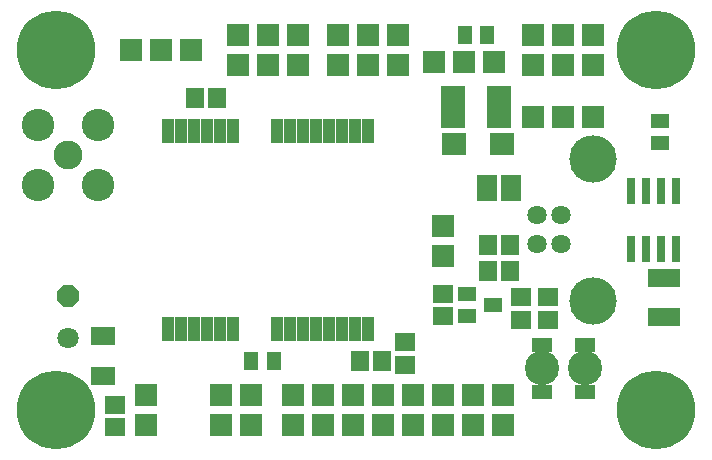
<source format=gbr>
G75*
%MOIN*%
%OFA0B0*%
%FSLAX24Y24*%
%IPPOS*%
%LPD*%
%AMOC8*
5,1,8,0,0,1.08239X$1,22.5*
%
%ADD10R,0.0395X0.0789*%
%ADD11R,0.0300X0.0860*%
%ADD12C,0.0642*%
%ADD13C,0.1580*%
%ADD14R,0.0730X0.0730*%
%ADD15R,0.0828X0.1419*%
%ADD16R,0.0592X0.0671*%
%ADD17R,0.0590X0.0470*%
%ADD18R,0.1080X0.0630*%
%ADD19R,0.0671X0.0493*%
%ADD20C,0.1143*%
%ADD21R,0.0671X0.0592*%
%ADD22C,0.1084*%
%ADD23C,0.0966*%
%ADD24R,0.0631X0.0474*%
%ADD25C,0.2620*%
%ADD26R,0.0470X0.0590*%
%ADD27R,0.0789X0.0749*%
%ADD28R,0.0671X0.0907*%
%ADD29OC8,0.0710*%
%ADD30C,0.0710*%
%ADD31R,0.0789X0.0631*%
D10*
X005718Y004698D03*
X006151Y004698D03*
X006584Y004698D03*
X007017Y004698D03*
X007450Y004698D03*
X007883Y004698D03*
X009379Y004698D03*
X009812Y004698D03*
X010245Y004698D03*
X010678Y004698D03*
X011111Y004698D03*
X011544Y004698D03*
X011977Y004698D03*
X012411Y004698D03*
X012411Y011312D03*
X011977Y011312D03*
X011544Y011312D03*
X011111Y011312D03*
X010678Y011312D03*
X010245Y011312D03*
X009812Y011312D03*
X009379Y011312D03*
X007883Y011312D03*
X007450Y011312D03*
X007017Y011312D03*
X006584Y011312D03*
X006151Y011312D03*
X005718Y011312D03*
D11*
X021155Y009300D03*
X021655Y009300D03*
X022155Y009300D03*
X022655Y009300D03*
X022655Y007360D03*
X022155Y007360D03*
X021655Y007360D03*
X021155Y007360D03*
D12*
X018817Y007513D03*
X018030Y007513D03*
X018030Y008497D03*
X018817Y008497D03*
D13*
X019880Y010367D03*
X019880Y005643D03*
D14*
X016880Y002505D03*
X015880Y002505D03*
X014880Y002505D03*
X013880Y002505D03*
X012880Y002505D03*
X011880Y002505D03*
X010880Y002505D03*
X009880Y002505D03*
X009880Y001505D03*
X010880Y001505D03*
X011880Y001505D03*
X012880Y001505D03*
X013880Y001505D03*
X014880Y001505D03*
X015880Y001505D03*
X016880Y001505D03*
X014880Y007130D03*
X014880Y008130D03*
X017880Y011755D03*
X018880Y011755D03*
X019880Y011755D03*
X019880Y013505D03*
X018880Y013505D03*
X017880Y013505D03*
X016605Y013605D03*
X015605Y013605D03*
X014605Y013605D03*
X013405Y013505D03*
X012405Y013505D03*
X011405Y013505D03*
X011405Y014505D03*
X012405Y014505D03*
X013405Y014505D03*
X010055Y014505D03*
X009055Y014505D03*
X008055Y014505D03*
X008055Y013505D03*
X009055Y013505D03*
X010055Y013505D03*
X006505Y014005D03*
X005505Y014005D03*
X004505Y014005D03*
X017880Y014505D03*
X018880Y014505D03*
X019880Y014505D03*
X008505Y002505D03*
X007505Y002505D03*
X007505Y001505D03*
X008505Y001505D03*
X005005Y001505D03*
X005005Y002505D03*
D15*
X015237Y012080D03*
X016773Y012080D03*
D16*
X017129Y007505D03*
X016381Y007505D03*
X016381Y006630D03*
X017129Y006630D03*
X012879Y003630D03*
X012131Y003630D03*
X007379Y012380D03*
X006631Y012380D03*
D17*
X022130Y011629D03*
X022130Y010881D03*
D18*
X022255Y006405D03*
X022255Y005105D03*
D19*
X019630Y004167D03*
X018205Y004167D03*
X018205Y002593D03*
X019630Y002593D03*
D20*
X019630Y003380D03*
X018205Y003380D03*
D21*
X018380Y005006D03*
X018380Y005754D03*
X017505Y005754D03*
X017505Y005006D03*
X014880Y005131D03*
X014880Y005879D03*
X013630Y004254D03*
X013630Y003506D03*
X003955Y002179D03*
X003955Y001431D03*
D22*
X003380Y009505D03*
X001380Y009505D03*
X001380Y011505D03*
X003380Y011505D03*
D23*
X002380Y010505D03*
D24*
X015697Y005879D03*
X016563Y005505D03*
X015697Y005131D03*
D25*
X002005Y002005D03*
X002005Y014005D03*
X022005Y014005D03*
X022005Y002005D03*
D26*
X009254Y003630D03*
X008506Y003630D03*
X015631Y014505D03*
X016379Y014505D03*
D27*
X016862Y010855D03*
X015248Y010855D03*
D28*
X016361Y009405D03*
X017149Y009405D03*
D29*
X002405Y005805D03*
D30*
X002405Y004405D03*
D31*
X003555Y004474D03*
X003555Y003136D03*
M02*

</source>
